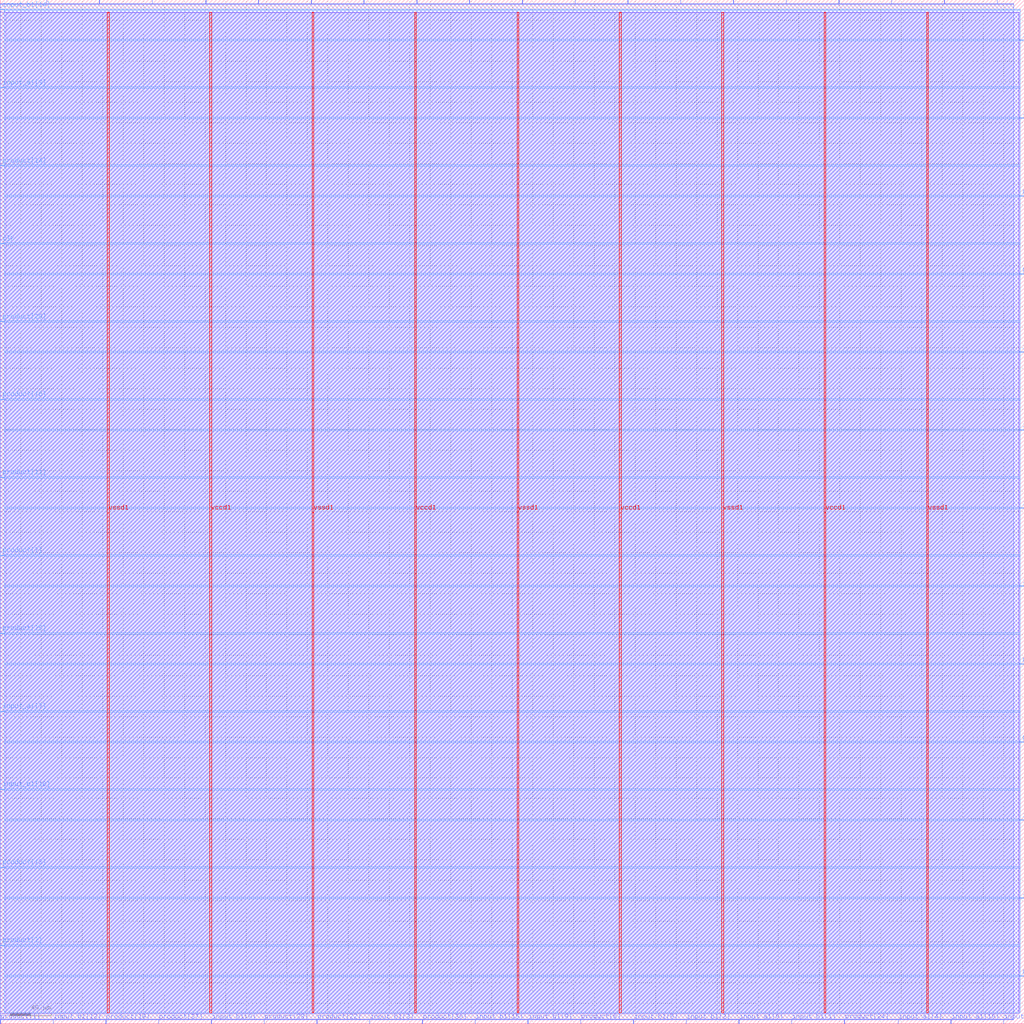
<source format=lef>
VERSION 5.7 ;
  NOWIREEXTENSIONATPIN ON ;
  DIVIDERCHAR "/" ;
  BUSBITCHARS "[]" ;
MACRO multiplier
  CLASS BLOCK ;
  FOREIGN multiplier ;
  ORIGIN 0.000 0.000 ;
  SIZE 1000.000 BY 1000.000 ;
  PIN clk
    DIRECTION INPUT ;
    USE SIGNAL ;
    PORT
      LAYER met3 ;
        RECT 0.000 761.640 4.000 762.240 ;
    END
  END clk
  PIN input_a1[0]
    DIRECTION INPUT ;
    USE SIGNAL ;
    PORT
      LAYER met2 ;
        RECT 721.370 0.000 721.650 4.000 ;
    END
  END input_a1[0]
  PIN input_a1[10]
    DIRECTION INPUT ;
    USE SIGNAL ;
    PORT
      LAYER met2 ;
        RECT 928.370 0.000 928.650 4.000 ;
    END
  END input_a1[10]
  PIN input_a1[11]
    DIRECTION INPUT ;
    USE SIGNAL ;
    PORT
      LAYER met3 ;
        RECT 996.000 655.560 1000.000 656.160 ;
    END
  END input_a1[11]
  PIN input_a1[12]
    DIRECTION INPUT ;
    USE SIGNAL ;
    PORT
      LAYER met2 ;
        RECT 509.770 996.000 510.050 1000.000 ;
    END
  END input_a1[12]
  PIN input_a1[13]
    DIRECTION INPUT ;
    USE SIGNAL ;
    PORT
      LAYER met3 ;
        RECT 996.000 427.080 1000.000 427.680 ;
    END
  END input_a1[13]
  PIN input_a1[14]
    DIRECTION INPUT ;
    USE SIGNAL ;
    PORT
      LAYER met3 ;
        RECT 996.000 579.400 1000.000 580.000 ;
    END
  END input_a1[14]
  PIN input_a1[15]
    DIRECTION INPUT ;
    USE SIGNAL ;
    PORT
      LAYER met3 ;
        RECT 996.000 198.600 1000.000 199.200 ;
    END
  END input_a1[15]
  PIN input_a1[1]
    DIRECTION INPUT ;
    USE SIGNAL ;
    PORT
      LAYER met3 ;
        RECT 996.000 960.200 1000.000 960.800 ;
    END
  END input_a1[1]
  PIN input_a1[2]
    DIRECTION INPUT ;
    USE SIGNAL ;
    PORT
      LAYER met2 ;
        RECT 45.170 996.000 45.450 1000.000 ;
    END
  END input_a1[2]
  PIN input_a1[3]
    DIRECTION INPUT ;
    USE SIGNAL ;
    PORT
      LAYER met3 ;
        RECT 0.000 913.960 4.000 914.560 ;
    END
  END input_a1[3]
  PIN input_a1[4]
    DIRECTION INPUT ;
    USE SIGNAL ;
    PORT
      LAYER met2 ;
        RECT 876.850 0.000 877.130 4.000 ;
    END
  END input_a1[4]
  PIN input_a1[5]
    DIRECTION INPUT ;
    USE SIGNAL ;
    PORT
      LAYER met2 ;
        RECT 458.250 996.000 458.530 1000.000 ;
    END
  END input_a1[5]
  PIN input_a1[6]
    DIRECTION INPUT ;
    USE SIGNAL ;
    PORT
      LAYER met2 ;
        RECT 715.850 996.000 716.130 1000.000 ;
    END
  END input_a1[6]
  PIN input_a1[7]
    DIRECTION INPUT ;
    USE SIGNAL ;
    PORT
      LAYER met3 ;
        RECT 0.000 304.680 4.000 305.280 ;
    END
  END input_a1[7]
  PIN input_a1[8]
    DIRECTION INPUT ;
    USE SIGNAL ;
    PORT
      LAYER met3 ;
        RECT 996.000 122.440 1000.000 123.040 ;
    END
  END input_a1[8]
  PIN input_a1[9]
    DIRECTION INPUT ;
    USE SIGNAL ;
    PORT
      LAYER met3 ;
        RECT 996.000 503.240 1000.000 503.840 ;
    END
  END input_a1[9]
  PIN input_b1[0]
    DIRECTION INPUT ;
    USE SIGNAL ;
    PORT
      LAYER met2 ;
        RECT 206.170 0.000 206.450 4.000 ;
    END
  END input_b1[0]
  PIN input_b1[10]
    DIRECTION INPUT ;
    USE SIGNAL ;
    PORT
      LAYER met3 ;
        RECT 0.000 228.520 4.000 229.120 ;
    END
  END input_b1[10]
  PIN input_b1[11]
    DIRECTION INPUT ;
    USE SIGNAL ;
    PORT
      LAYER met3 ;
        RECT 996.000 884.040 1000.000 884.640 ;
    END
  END input_b1[11]
  PIN input_b1[12]
    DIRECTION INPUT ;
    USE SIGNAL ;
    PORT
      LAYER met2 ;
        RECT 612.810 996.000 613.090 1000.000 ;
    END
  END input_b1[12]
  PIN input_b1[13]
    DIRECTION INPUT ;
    USE SIGNAL ;
    PORT
      LAYER met2 ;
        RECT 51.610 0.000 51.890 4.000 ;
    END
  END input_b1[13]
  PIN input_b1[14]
    DIRECTION INPUT ;
    USE SIGNAL ;
    PORT
      LAYER met3 ;
        RECT 0.000 990.120 4.000 990.720 ;
    END
  END input_b1[14]
  PIN input_b1[15]
    DIRECTION INPUT ;
    USE SIGNAL ;
    PORT
      LAYER met2 ;
        RECT 463.770 0.000 464.050 4.000 ;
    END
  END input_b1[15]
  PIN input_b1[1]
    DIRECTION INPUT ;
    USE SIGNAL ;
    PORT
      LAYER met2 ;
        RECT 772.890 0.000 773.170 4.000 ;
    END
  END input_b1[1]
  PIN input_b1[2]
    DIRECTION INPUT ;
    USE SIGNAL ;
    PORT
      LAYER met2 ;
        RECT 669.850 0.000 670.130 4.000 ;
    END
  END input_b1[2]
  PIN input_b1[3]
    DIRECTION INPUT ;
    USE SIGNAL ;
    PORT
      LAYER met2 ;
        RECT 360.730 0.000 361.010 4.000 ;
    END
  END input_b1[3]
  PIN input_b1[4]
    DIRECTION INPUT ;
    USE SIGNAL ;
    PORT
      LAYER met2 ;
        RECT 355.210 996.000 355.490 1000.000 ;
    END
  END input_b1[4]
  PIN input_b1[5]
    DIRECTION INPUT ;
    USE SIGNAL ;
    PORT
      LAYER met2 ;
        RECT 618.330 0.000 618.610 4.000 ;
    END
  END input_b1[5]
  PIN input_b1[6]
    DIRECTION INPUT ;
    USE SIGNAL ;
    PORT
      LAYER met2 ;
        RECT 664.330 996.000 664.610 1000.000 ;
    END
  END input_b1[6]
  PIN input_b1[7]
    DIRECTION INPUT ;
    USE SIGNAL ;
    PORT
      LAYER met2 ;
        RECT 148.210 996.000 148.490 1000.000 ;
    END
  END input_b1[7]
  PIN input_b1[8]
    DIRECTION INPUT ;
    USE SIGNAL ;
    PORT
      LAYER met2 ;
        RECT 979.890 0.000 980.170 4.000 ;
    END
  END input_b1[8]
  PIN input_b1[9]
    DIRECTION INPUT ;
    USE SIGNAL ;
    PORT
      LAYER met2 ;
        RECT 515.290 0.000 515.570 4.000 ;
    END
  END input_b1[9]
  PIN product[0]
    DIRECTION OUTPUT TRISTATE ;
    USE SIGNAL ;
    PORT
      LAYER met3 ;
        RECT 996.000 46.280 1000.000 46.880 ;
    END
  END product[0]
  PIN product[10]
    DIRECTION OUTPUT TRISTATE ;
    USE SIGNAL ;
    PORT
      LAYER met2 ;
        RECT 818.890 996.000 819.170 1000.000 ;
    END
  END product[10]
  PIN product[11]
    DIRECTION OUTPUT TRISTATE ;
    USE SIGNAL ;
    PORT
      LAYER met3 ;
        RECT 0.000 533.160 4.000 533.760 ;
    END
  END product[11]
  PIN product[12]
    DIRECTION OUTPUT TRISTATE ;
    USE SIGNAL ;
    PORT
      LAYER met2 ;
        RECT 252.170 996.000 252.450 1000.000 ;
    END
  END product[12]
  PIN product[13]
    DIRECTION OUTPUT TRISTATE ;
    USE SIGNAL ;
    PORT
      LAYER met3 ;
        RECT 0.000 152.360 4.000 152.960 ;
    END
  END product[13]
  PIN product[14]
    DIRECTION OUTPUT TRISTATE ;
    USE SIGNAL ;
    PORT
      LAYER met3 ;
        RECT 0.000 837.800 4.000 838.400 ;
    END
  END product[14]
  PIN product[15]
    DIRECTION OUTPUT TRISTATE ;
    USE SIGNAL ;
    PORT
      LAYER met2 ;
        RECT 767.370 996.000 767.650 1000.000 ;
    END
  END product[15]
  PIN product[16]
    DIRECTION OUTPUT TRISTATE ;
    USE SIGNAL ;
    PORT
      LAYER met3 ;
        RECT 0.000 609.320 4.000 609.920 ;
    END
  END product[16]
  PIN product[17]
    DIRECTION OUTPUT TRISTATE ;
    USE SIGNAL ;
    PORT
      LAYER met3 ;
        RECT 996.000 807.880 1000.000 808.480 ;
    END
  END product[17]
  PIN product[18]
    DIRECTION OUTPUT TRISTATE ;
    USE SIGNAL ;
    PORT
      LAYER met2 ;
        RECT 561.290 996.000 561.570 1000.000 ;
    END
  END product[18]
  PIN product[19]
    DIRECTION OUTPUT TRISTATE ;
    USE SIGNAL ;
    PORT
      LAYER met2 ;
        RECT 103.130 0.000 103.410 4.000 ;
    END
  END product[19]
  PIN product[1]
    DIRECTION OUTPUT TRISTATE ;
    USE SIGNAL ;
    PORT
      LAYER met2 ;
        RECT 0.090 0.000 0.370 4.000 ;
    END
  END product[1]
  PIN product[20]
    DIRECTION OUTPUT TRISTATE ;
    USE SIGNAL ;
    PORT
      LAYER met2 ;
        RECT 200.650 996.000 200.930 1000.000 ;
    END
  END product[20]
  PIN product[21]
    DIRECTION OUTPUT TRISTATE ;
    USE SIGNAL ;
    PORT
      LAYER met2 ;
        RECT 973.450 996.000 973.730 1000.000 ;
    END
  END product[21]
  PIN product[22]
    DIRECTION OUTPUT TRISTATE ;
    USE SIGNAL ;
    PORT
      LAYER met2 ;
        RECT 309.210 0.000 309.490 4.000 ;
    END
  END product[22]
  PIN product[23]
    DIRECTION OUTPUT TRISTATE ;
    USE SIGNAL ;
    PORT
      LAYER met3 ;
        RECT 996.000 731.720 1000.000 732.320 ;
    END
  END product[23]
  PIN product[24]
    DIRECTION OUTPUT TRISTATE ;
    USE SIGNAL ;
    PORT
      LAYER met2 ;
        RECT 824.410 0.000 824.690 4.000 ;
    END
  END product[24]
  PIN product[25]
    DIRECTION OUTPUT TRISTATE ;
    USE SIGNAL ;
    PORT
      LAYER met3 ;
        RECT 0.000 380.840 4.000 381.440 ;
    END
  END product[25]
  PIN product[26]
    DIRECTION OUTPUT TRISTATE ;
    USE SIGNAL ;
    PORT
      LAYER met3 ;
        RECT 996.000 274.760 1000.000 275.360 ;
    END
  END product[26]
  PIN product[27]
    DIRECTION OUTPUT TRISTATE ;
    USE SIGNAL ;
    PORT
      LAYER met2 ;
        RECT 154.650 0.000 154.930 4.000 ;
    END
  END product[27]
  PIN product[28]
    DIRECTION OUTPUT TRISTATE ;
    USE SIGNAL ;
    PORT
      LAYER met2 ;
        RECT 257.690 0.000 257.970 4.000 ;
    END
  END product[28]
  PIN product[29]
    DIRECTION OUTPUT TRISTATE ;
    USE SIGNAL ;
    PORT
      LAYER met3 ;
        RECT 0.000 685.480 4.000 686.080 ;
    END
  END product[29]
  PIN product[2]
    DIRECTION OUTPUT TRISTATE ;
    USE SIGNAL ;
    PORT
      LAYER met3 ;
        RECT 0.000 76.200 4.000 76.800 ;
    END
  END product[2]
  PIN product[30]
    DIRECTION OUTPUT TRISTATE ;
    USE SIGNAL ;
    PORT
      LAYER met2 ;
        RECT 412.250 0.000 412.530 4.000 ;
    END
  END product[30]
  PIN product[31]
    DIRECTION OUTPUT TRISTATE ;
    USE SIGNAL ;
    PORT
      LAYER met2 ;
        RECT 921.930 996.000 922.210 1000.000 ;
    END
  END product[31]
  PIN product[3]
    DIRECTION OUTPUT TRISTATE ;
    USE SIGNAL ;
    PORT
      LAYER met2 ;
        RECT 870.410 996.000 870.690 1000.000 ;
    END
  END product[3]
  PIN product[4]
    DIRECTION OUTPUT TRISTATE ;
    USE SIGNAL ;
    PORT
      LAYER met2 ;
        RECT 303.690 996.000 303.970 1000.000 ;
    END
  END product[4]
  PIN product[5]
    DIRECTION OUTPUT TRISTATE ;
    USE SIGNAL ;
    PORT
      LAYER met2 ;
        RECT 406.730 996.000 407.010 1000.000 ;
    END
  END product[5]
  PIN product[6]
    DIRECTION OUTPUT TRISTATE ;
    USE SIGNAL ;
    PORT
      LAYER met2 ;
        RECT 566.810 0.000 567.090 4.000 ;
    END
  END product[6]
  PIN product[7]
    DIRECTION OUTPUT TRISTATE ;
    USE SIGNAL ;
    PORT
      LAYER met3 ;
        RECT 0.000 457.000 4.000 457.600 ;
    END
  END product[7]
  PIN product[8]
    DIRECTION OUTPUT TRISTATE ;
    USE SIGNAL ;
    PORT
      LAYER met2 ;
        RECT 96.690 996.000 96.970 1000.000 ;
    END
  END product[8]
  PIN product[9]
    DIRECTION OUTPUT TRISTATE ;
    USE SIGNAL ;
    PORT
      LAYER met3 ;
        RECT 996.000 350.920 1000.000 351.520 ;
    END
  END product[9]
  PIN vccd1
    DIRECTION INPUT ;
    USE POWER ;
    PORT
      LAYER met4 ;
        RECT 204.720 10.640 206.320 987.600 ;
    END
    PORT
      LAYER met4 ;
        RECT 404.720 10.640 406.320 987.600 ;
    END
    PORT
      LAYER met4 ;
        RECT 604.720 10.640 606.320 987.600 ;
    END
    PORT
      LAYER met4 ;
        RECT 804.720 10.640 806.320 987.600 ;
    END
  END vccd1
  PIN vssd1
    DIRECTION INPUT ;
    USE GROUND ;
    PORT
      LAYER met4 ;
        RECT 104.720 10.640 106.320 987.600 ;
    END
    PORT
      LAYER met4 ;
        RECT 304.720 10.640 306.320 987.600 ;
    END
    PORT
      LAYER met4 ;
        RECT 504.720 10.640 506.320 987.600 ;
    END
    PORT
      LAYER met4 ;
        RECT 704.720 10.640 706.320 987.600 ;
    END
    PORT
      LAYER met4 ;
        RECT 904.720 10.640 906.320 987.600 ;
    END
  END vssd1
  OBS
      LAYER li1 ;
        RECT 5.520 10.795 994.835 987.445 ;
      LAYER met1 ;
        RECT 0.070 9.560 994.895 987.600 ;
      LAYER met2 ;
        RECT 0.100 995.720 44.890 996.000 ;
        RECT 45.730 995.720 96.410 996.000 ;
        RECT 97.250 995.720 147.930 996.000 ;
        RECT 148.770 995.720 200.370 996.000 ;
        RECT 201.210 995.720 251.890 996.000 ;
        RECT 252.730 995.720 303.410 996.000 ;
        RECT 304.250 995.720 354.930 996.000 ;
        RECT 355.770 995.720 406.450 996.000 ;
        RECT 407.290 995.720 457.970 996.000 ;
        RECT 458.810 995.720 509.490 996.000 ;
        RECT 510.330 995.720 561.010 996.000 ;
        RECT 561.850 995.720 612.530 996.000 ;
        RECT 613.370 995.720 664.050 996.000 ;
        RECT 664.890 995.720 715.570 996.000 ;
        RECT 716.410 995.720 767.090 996.000 ;
        RECT 767.930 995.720 818.610 996.000 ;
        RECT 819.450 995.720 870.130 996.000 ;
        RECT 870.970 995.720 921.650 996.000 ;
        RECT 922.490 995.720 973.170 996.000 ;
        RECT 974.010 995.720 989.830 996.000 ;
        RECT 0.100 4.280 989.830 995.720 ;
        RECT 0.650 4.000 51.330 4.280 ;
        RECT 52.170 4.000 102.850 4.280 ;
        RECT 103.690 4.000 154.370 4.280 ;
        RECT 155.210 4.000 205.890 4.280 ;
        RECT 206.730 4.000 257.410 4.280 ;
        RECT 258.250 4.000 308.930 4.280 ;
        RECT 309.770 4.000 360.450 4.280 ;
        RECT 361.290 4.000 411.970 4.280 ;
        RECT 412.810 4.000 463.490 4.280 ;
        RECT 464.330 4.000 515.010 4.280 ;
        RECT 515.850 4.000 566.530 4.280 ;
        RECT 567.370 4.000 618.050 4.280 ;
        RECT 618.890 4.000 669.570 4.280 ;
        RECT 670.410 4.000 721.090 4.280 ;
        RECT 721.930 4.000 772.610 4.280 ;
        RECT 773.450 4.000 824.130 4.280 ;
        RECT 824.970 4.000 876.570 4.280 ;
        RECT 877.410 4.000 928.090 4.280 ;
        RECT 928.930 4.000 979.610 4.280 ;
        RECT 980.450 4.000 989.830 4.280 ;
      LAYER met3 ;
        RECT 4.400 989.720 996.000 990.585 ;
        RECT 4.000 961.200 996.000 989.720 ;
        RECT 4.000 959.800 995.600 961.200 ;
        RECT 4.000 914.960 996.000 959.800 ;
        RECT 4.400 913.560 996.000 914.960 ;
        RECT 4.000 885.040 996.000 913.560 ;
        RECT 4.000 883.640 995.600 885.040 ;
        RECT 4.000 838.800 996.000 883.640 ;
        RECT 4.400 837.400 996.000 838.800 ;
        RECT 4.000 808.880 996.000 837.400 ;
        RECT 4.000 807.480 995.600 808.880 ;
        RECT 4.000 762.640 996.000 807.480 ;
        RECT 4.400 761.240 996.000 762.640 ;
        RECT 4.000 732.720 996.000 761.240 ;
        RECT 4.000 731.320 995.600 732.720 ;
        RECT 4.000 686.480 996.000 731.320 ;
        RECT 4.400 685.080 996.000 686.480 ;
        RECT 4.000 656.560 996.000 685.080 ;
        RECT 4.000 655.160 995.600 656.560 ;
        RECT 4.000 610.320 996.000 655.160 ;
        RECT 4.400 608.920 996.000 610.320 ;
        RECT 4.000 580.400 996.000 608.920 ;
        RECT 4.000 579.000 995.600 580.400 ;
        RECT 4.000 534.160 996.000 579.000 ;
        RECT 4.400 532.760 996.000 534.160 ;
        RECT 4.000 504.240 996.000 532.760 ;
        RECT 4.000 502.840 995.600 504.240 ;
        RECT 4.000 458.000 996.000 502.840 ;
        RECT 4.400 456.600 996.000 458.000 ;
        RECT 4.000 428.080 996.000 456.600 ;
        RECT 4.000 426.680 995.600 428.080 ;
        RECT 4.000 381.840 996.000 426.680 ;
        RECT 4.400 380.440 996.000 381.840 ;
        RECT 4.000 351.920 996.000 380.440 ;
        RECT 4.000 350.520 995.600 351.920 ;
        RECT 4.000 305.680 996.000 350.520 ;
        RECT 4.400 304.280 996.000 305.680 ;
        RECT 4.000 275.760 996.000 304.280 ;
        RECT 4.000 274.360 995.600 275.760 ;
        RECT 4.000 229.520 996.000 274.360 ;
        RECT 4.400 228.120 996.000 229.520 ;
        RECT 4.000 199.600 996.000 228.120 ;
        RECT 4.000 198.200 995.600 199.600 ;
        RECT 4.000 153.360 996.000 198.200 ;
        RECT 4.400 151.960 996.000 153.360 ;
        RECT 4.000 123.440 996.000 151.960 ;
        RECT 4.000 122.040 995.600 123.440 ;
        RECT 4.000 77.200 996.000 122.040 ;
        RECT 4.400 75.800 996.000 77.200 ;
        RECT 4.000 47.280 996.000 75.800 ;
        RECT 4.000 45.880 995.600 47.280 ;
        RECT 4.000 10.715 996.000 45.880 ;
  END
END multiplier
END LIBRARY


</source>
